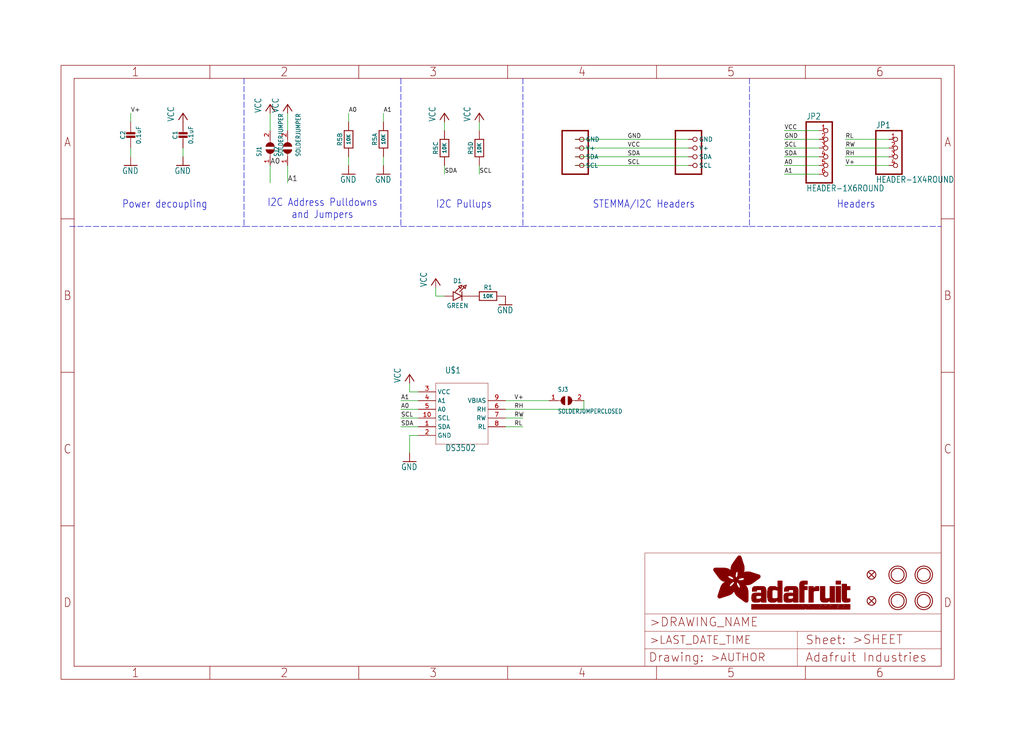
<source format=kicad_sch>
(kicad_sch (version 20211123) (generator eeschema)
  (paper "User" 298.45 217.881)
  (lib_symbols
    (symbol "eagleSchem-eagle-import:CAP_CERAMIC0603_NO"
      (property "Reference" "C" (at -2.29 1.25 90))
      (property "Value" "CAP_CERAMIC0603_NO" (at 2.3 1.25 90))
      (symbol "CAP_CERAMIC0603_NO_1_0"
        (pin passive line (at 0 5.08 270) (length 2.54) (name "1") (number "1"))
        (pin passive line (at 0 -2.54 90) (length 2.54) (name "2") (number "2"))
      )
    )
    (symbol "eagleSchem-eagle-import:DS3502"
      (property "Value" "DS3502" (at -7.62 -10.16 0))
      (symbol "DS3502_1_0"
        (pin bidirectional line (at -12.7 -2.54 0) (length 5.08) (name "SDA") (number "1"))
        (pin input line (at -12.7 0 0) (length 5.08) (name "SCL") (number "10"))
        (pin power_in line (at -12.7 -5.08 0) (length 5.08) (name "GND") (number "2"))
        (pin power_in line (at -12.7 7.62 0) (length 5.08) (name "VCC") (number "3"))
        (pin input line (at -12.7 5.08 0) (length 5.08) (name "A1") (number "4"))
        (pin input line (at -12.7 2.54 0) (length 5.08) (name "A0") (number "5"))
        (pin passive line (at 12.7 2.54 180) (length 5.08) (name "RH") (number "6"))
        (pin passive line (at 12.7 0 180) (length 5.08) (name "RW") (number "7"))
        (pin passive line (at 12.7 -2.54 180) (length 5.08) (name "RL") (number "8"))
        (pin power_in line (at 12.7 5.08 180) (length 5.08) (name "VBIAS") (number "9"))
      )
    )
    (symbol "eagleSchem-eagle-import:FIDUCIAL_1MM")
    (symbol "eagleSchem-eagle-import:FRAME_A4_ADAFRUIT"
      (symbol "FRAME_A4_ADAFRUIT_1_0"
        (text "1" (at 21.6958 1.905 0) (effects (font (size 2.54 2.286))))
        (text "1" (at 21.6958 177.165 0) (effects (font (size 2.54 2.286))))
        (text "2" (at 65.0875 1.905 0) (effects (font (size 2.54 2.286))))
        (text "2" (at 65.0875 177.165 0) (effects (font (size 2.54 2.286))))
        (text "3" (at 108.4792 1.905 0) (effects (font (size 2.54 2.286))))
        (text "3" (at 108.4792 177.165 0) (effects (font (size 2.54 2.286))))
        (text "4" (at 151.8708 1.905 0) (effects (font (size 2.54 2.286))))
        (text "4" (at 151.8708 177.165 0) (effects (font (size 2.54 2.286))))
        (text "5" (at 195.2625 1.905 0) (effects (font (size 2.54 2.286))))
        (text "5" (at 195.2625 177.165 0) (effects (font (size 2.54 2.286))))
        (text "6" (at 238.6542 1.905 0) (effects (font (size 2.54 2.286))))
        (text "6" (at 238.6542 177.165 0) (effects (font (size 2.54 2.286))))
        (text ">AUTHOR" (at 189.23 5.08 0) (effects (font (size 2.286 2.286)) (justify left bottom)))
        (text ">DRAWING_NAME" (at 171.45 15.24 0) (effects (font (size 2.54 2.54)) (justify left bottom)))
        (text ">LAST_DATE_TIME" (at 171.45 10.16 0) (effects (font (size 2.286 2.286)) (justify left bottom)))
        (text ">SHEET" (at 230.505 10.16 0) (effects (font (size 2.54 2.54)) (justify left bottom)))
        (text "A" (at 1.905 156.6863 0) (effects (font (size 2.54 2.286))))
        (text "A" (at 258.445 156.6863 0) (effects (font (size 2.54 2.286))))
        (text "Adafruit Industries" (at 216.916 4.953 0) (effects (font (size 2.54 2.54)) (justify left bottom)))
        (text "B" (at 1.905 111.9188 0) (effects (font (size 2.54 2.286))))
        (text "B" (at 258.445 111.9188 0) (effects (font (size 2.54 2.286))))
        (text "C" (at 1.905 67.1513 0) (effects (font (size 2.54 2.286))))
        (text "C" (at 258.445 67.1513 0) (effects (font (size 2.54 2.286))))
        (text "D" (at 1.905 22.3838 0) (effects (font (size 2.54 2.286))))
        (text "D" (at 258.445 22.3838 0) (effects (font (size 2.54 2.286))))
        (text "Drawing:" (at 171.196 4.953 0) (effects (font (size 2.54 2.54)) (justify left bottom)))
        (text "Sheet:" (at 216.916 10.033 0) (effects (font (size 2.54 2.54)) (justify left bottom)))
      )
    )
    (symbol "eagleSchem-eagle-import:GND" (power)
      (property "Value" "GND" (at -2.54 -2.54 0))
      (symbol "GND_1_0"
        (pin power_in line (at 0 2.54 270) (length 2.54) (name "GND") (number "1"))
      )
    )
    (symbol "eagleSchem-eagle-import:HEADER-1X4ROUND"
      (property "Reference" "JP" (at -6.35 8.255 0))
      (property "Value" "HEADER-1X4ROUND" (at -6.35 -7.62 0))
      (symbol "HEADER-1X4ROUND_1_0"
        (pin passive inverted (at -2.54 5.08 0) (length 2.54) (name "1") (number "1"))
        (pin passive inverted (at -2.54 2.54 0) (length 2.54) (name "2") (number "2"))
        (pin passive inverted (at -2.54 0 0) (length 2.54) (name "3") (number "3"))
        (pin passive inverted (at -2.54 -2.54 0) (length 2.54) (name "4") (number "4"))
      )
    )
    (symbol "eagleSchem-eagle-import:HEADER-1X6ROUND"
      (property "Reference" "JP" (at -6.35 10.795 0))
      (property "Value" "HEADER-1X6ROUND" (at -6.35 -10.16 0))
      (symbol "HEADER-1X6ROUND_1_0"
        (pin passive inverted (at -2.54 7.62 0) (length 2.54) (name "1") (number "1"))
        (pin passive inverted (at -2.54 5.08 0) (length 2.54) (name "2") (number "2"))
        (pin passive inverted (at -2.54 2.54 0) (length 2.54) (name "3") (number "3"))
        (pin passive inverted (at -2.54 0 0) (length 2.54) (name "4") (number "4"))
        (pin passive inverted (at -2.54 -2.54 0) (length 2.54) (name "5") (number "5"))
        (pin passive inverted (at -2.54 -5.08 0) (length 2.54) (name "6") (number "6"))
      )
    )
    (symbol "eagleSchem-eagle-import:LED0603_NOOUTLINE"
      (property "Reference" "D" (at -1.27 4.445 0))
      (property "Value" "LED0603_NOOUTLINE" (at -1.27 -2.794 0))
      (symbol "LED0603_NOOUTLINE_1_0"
        (pin passive line (at -5.08 0 0) (length 2.54) (name "A") (number "A"))
        (pin passive line (at 2.54 0 180) (length 2.54) (name "C") (number "C"))
      )
    )
    (symbol "eagleSchem-eagle-import:MOUNTINGHOLE2.5")
    (symbol "eagleSchem-eagle-import:RESISTOR_0603_NOOUT"
      (property "Reference" "R" (at 0 2.54 0))
      (property "Value" "RESISTOR_0603_NOOUT" (at 0 0 0))
      (symbol "RESISTOR_0603_NOOUT_1_0"
        (pin passive line (at -5.08 0 0) (length 2.54) (name "1") (number "1"))
        (pin passive line (at 5.08 0 180) (length 2.54) (name "2") (number "2"))
      )
    )
    (symbol "eagleSchem-eagle-import:RESISTOR_4PACK"
      (property "Reference" "R" (at 0 2.54 0))
      (property "Value" "RESISTOR_4PACK" (at 0 0 0))
      (symbol "RESISTOR_4PACK_1_0"
        (pin passive line (at -5.08 0 0) (length 2.54) (name "1") (number "1"))
        (pin passive line (at 5.08 0 180) (length 2.54) (name "2") (number "8"))
      )
      (symbol "RESISTOR_4PACK_2_0"
        (pin passive line (at -5.08 0 0) (length 2.54) (name "1") (number "2"))
        (pin passive line (at 5.08 0 180) (length 2.54) (name "2") (number "7"))
      )
      (symbol "RESISTOR_4PACK_3_0"
        (pin passive line (at -5.08 0 0) (length 2.54) (name "1") (number "3"))
        (pin passive line (at 5.08 0 180) (length 2.54) (name "2") (number "6"))
      )
      (symbol "RESISTOR_4PACK_4_0"
        (pin passive line (at -5.08 0 0) (length 2.54) (name "1") (number "4"))
        (pin passive line (at 5.08 0 180) (length 2.54) (name "2") (number "5"))
      )
    )
    (symbol "eagleSchem-eagle-import:SOLDERJUMPER"
      (property "Reference" "SJ" (at -2.54 2.54 0))
      (property "Value" "SOLDERJUMPER" (at -2.54 -3.81 0))
      (symbol "SOLDERJUMPER_1_0"
        (pin passive line (at -5.08 0 0) (length 2.54) (name "1") (number "1"))
        (pin passive line (at 5.08 0 180) (length 2.54) (name "2") (number "2"))
      )
    )
    (symbol "eagleSchem-eagle-import:SOLDERJUMPERCLOSED"
      (property "Reference" "SJ" (at -2.54 2.54 0))
      (property "Value" "SOLDERJUMPERCLOSED" (at -2.54 -3.81 0))
      (symbol "SOLDERJUMPERCLOSED_1_0"
        (pin passive line (at -5.08 0 0) (length 2.54) (name "1") (number "1"))
        (pin passive line (at 5.08 0 180) (length 2.54) (name "2") (number "2"))
      )
    )
    (symbol "eagleSchem-eagle-import:STEMMA_I2C_QT"
      (symbol "STEMMA_I2C_QT_1_0"
        (pin passive inverted (at 0 5.08 0) (length 2.54) (name "GND") (number "1"))
        (pin passive inverted (at 0 2.54 0) (length 2.54) (name "V+") (number "2"))
        (pin passive inverted (at 0 0 0) (length 2.54) (name "SDA") (number "3"))
        (pin passive inverted (at 0 -2.54 0) (length 2.54) (name "SCL") (number "4"))
      )
      (symbol "STEMMA_I2C_QT_2_0"
        (pin bidirectional line (at 0 0 0) (length 5.08) (name "MT") (number "MT1"))
      )
      (symbol "STEMMA_I2C_QT_3_0"
        (pin bidirectional line (at 0 0 0) (length 5.08) (name "MT") (number "MT2"))
      )
    )
    (symbol "eagleSchem-eagle-import:VCC" (power)
      (property "Value" "VCC" (at -2.54 -2.54 90))
      (symbol "VCC_1_0"
        (pin power_in line (at 0 -2.54 90) (length 2.54) (name "VCC") (number "1"))
      )
    )
  )
  (wire (pts (xy 259.08 43.18) (xy 246.38 43.18)))
  (wire (pts (xy 121.92 121.92) (xy 116.84 121.92)))
  (wire (pts (xy 259.08 48.26) (xy 246.38 48.26)))
  (polyline (pts (xy 116.84 66.04) (xy 152.4 66.04)))
  (wire (pts (xy 170.18 119.38) (xy 170.18 116.84)))
  (wire (pts (xy 238.76 43.18) (xy 228.6 43.18)))
  (wire (pts (xy 129.54 38.1) (xy 129.54 35.56)))
  (wire (pts (xy 121.92 119.38) (xy 116.84 119.38)))
  (wire (pts (xy 83.82 38.1) (xy 83.82 33.02)))
  (wire (pts (xy 259.08 40.64) (xy 246.38 40.64)))
  (polyline (pts (xy 152.4 66.04) (xy 218.44 66.04)))
  (polyline (pts (xy 71.12 66.04) (xy 116.84 66.04)))
  (polyline (pts (xy 152.4 22.86) (xy 152.4 66.04)))
  (wire (pts (xy 139.7 38.1) (xy 139.7 35.56)))
  (polyline (pts (xy 20.32 66.04) (xy 71.12 66.04)))
  (wire (pts (xy 119.38 114.3) (xy 119.38 111.76)))
  (wire (pts (xy 147.32 116.84) (xy 160.02 116.84)))
  (wire (pts (xy 78.74 48.26) (xy 78.74 53.34)))
  (wire (pts (xy 147.32 124.46) (xy 152.4 124.46)))
  (wire (pts (xy 38.1 43.18) (xy 38.1 45.72)))
  (wire (pts (xy 147.32 121.92) (xy 152.4 121.92)))
  (wire (pts (xy 101.6 48.26) (xy 101.6 45.72)))
  (wire (pts (xy 111.76 48.26) (xy 111.76 45.72)))
  (wire (pts (xy 121.92 114.3) (xy 119.38 114.3)))
  (wire (pts (xy 121.92 127) (xy 119.38 127)))
  (wire (pts (xy 127 86.36) (xy 127 83.82)))
  (wire (pts (xy 129.54 86.36) (xy 127 86.36)))
  (wire (pts (xy 111.76 35.56) (xy 111.76 33.02)))
  (wire (pts (xy 147.32 119.38) (xy 170.18 119.38)))
  (polyline (pts (xy 218.44 66.04) (xy 274.32 66.04)))
  (wire (pts (xy 200.66 40.64) (xy 167.64 40.64)))
  (wire (pts (xy 121.92 124.46) (xy 116.84 124.46)))
  (wire (pts (xy 167.64 43.18) (xy 200.66 43.18)))
  (wire (pts (xy 167.64 48.26) (xy 200.66 48.26)))
  (polyline (pts (xy 116.84 22.86) (xy 116.84 66.04)))
  (polyline (pts (xy 218.44 22.86) (xy 218.44 66.04)))
  (wire (pts (xy 259.08 45.72) (xy 246.38 45.72)))
  (wire (pts (xy 121.92 116.84) (xy 116.84 116.84)))
  (wire (pts (xy 238.76 45.72) (xy 228.6 45.72)))
  (wire (pts (xy 38.1 35.56) (xy 38.1 33.02)))
  (wire (pts (xy 83.82 48.26) (xy 83.82 53.34)))
  (polyline (pts (xy 71.12 22.86) (xy 71.12 66.04)))
  (wire (pts (xy 238.76 50.8) (xy 228.6 50.8)))
  (wire (pts (xy 119.38 127) (xy 119.38 132.08)))
  (wire (pts (xy 78.74 38.1) (xy 78.74 33.02)))
  (wire (pts (xy 53.34 43.18) (xy 53.34 45.72)))
  (wire (pts (xy 238.76 40.64) (xy 228.6 40.64)))
  (wire (pts (xy 129.54 50.8) (xy 129.54 48.26)))
  (wire (pts (xy 101.6 35.56) (xy 101.6 33.02)))
  (wire (pts (xy 238.76 38.1) (xy 228.6 38.1)))
  (wire (pts (xy 139.7 50.8) (xy 139.7 48.26)))
  (wire (pts (xy 200.66 45.72) (xy 167.64 45.72)))
  (wire (pts (xy 238.76 48.26) (xy 228.6 48.26)))
  (text "Headers" (at 243.84 60.96 180) (effects (font (size 2.1844 1.8567)) (justify left bottom)))
  (text "Power decoupling" (at 35.56 60.96 180) (effects (font (size 2.1844 1.8567)) (justify left bottom)))
  (text "I2C Address Pulldowns\nand Jumpers" (at 93.98 60.96 180) (effects (font (size 2.1844 1.8567))))
  (text "STEMMA/I2C Headers" (at 172.72 60.96 180) (effects (font (size 2.1844 1.8567)) (justify left bottom)))
  (text "I2C Pullups" (at 127 60.96 180) (effects (font (size 2.1844 1.8567)) (justify left bottom)))
  (label "A1" (at 228.6 50.8 0) (effects (font (size 1.2446 1.2446))))
  (label "V+" (at 38.1 33.02 0) (effects (font (size 1.2446 1.2446))))
  (label "RL" (at 246.38 40.64 0) (effects (font (size 1.2446 1.2446))))
  (label "A0" (at 101.6 33.02 0) (effects (font (size 1.2446 1.2446))))
  (label "SCL" (at 139.7 50.8 0) (effects (font (size 1.2446 1.2446))))
  (label "SCL" (at 116.84 121.92 0) (effects (font (size 1.2446 1.2446))))
  (label "RW" (at 246.38 43.18 0) (effects (font (size 1.2446 1.2446))))
  (label "A1" (at 111.76 33.02 0) (effects (font (size 1.2446 1.2446))))
  (label "SCL" (at 182.88 48.26 0) (effects (font (size 1.2446 1.2446))))
  (label "A0" (at 78.74 48.26 0) (effects (font (size 1.5291 1.5291))))
  (label "A0" (at 228.6 48.26 0) (effects (font (size 1.2446 1.2446))))
  (label "SDA" (at 129.54 50.8 0) (effects (font (size 1.2446 1.2446))))
  (label "A1" (at 83.82 53.34 0) (effects (font (size 1.5291 1.5291))))
  (label "A1" (at 116.84 116.84 0) (effects (font (size 1.2446 1.2446))))
  (label "SCL" (at 228.6 43.18 0) (effects (font (size 1.2446 1.2446))))
  (label "SDA" (at 116.84 124.46 0) (effects (font (size 1.2446 1.2446))))
  (label "SDA" (at 228.6 45.72 0) (effects (font (size 1.2446 1.2446))))
  (label "VCC" (at 228.6 38.1 0) (effects (font (size 1.2446 1.2446))))
  (label "GND" (at 182.88 40.64 0) (effects (font (size 1.2446 1.2446))))
  (label "V+" (at 149.86 116.84 0) (effects (font (size 1.2446 1.2446))))
  (label "GND" (at 228.6 40.64 0) (effects (font (size 1.2446 1.2446))))
  (label "SDA" (at 182.88 45.72 0) (effects (font (size 1.2446 1.2446))))
  (label "RH" (at 149.86 119.38 0) (effects (font (size 1.2446 1.2446))))
  (label "RH" (at 246.38 45.72 0) (effects (font (size 1.2446 1.2446))))
  (label "V+" (at 246.38 48.26 0) (effects (font (size 1.2446 1.2446))))
  (label "RL" (at 149.86 124.46 0) (effects (font (size 1.2446 1.2446))))
  (label "A0" (at 116.84 119.38 0) (effects (font (size 1.2446 1.2446))))
  (label "VCC" (at 182.88 43.18 0) (effects (font (size 1.2446 1.2446))))
  (label "RW" (at 149.86 121.92 0) (effects (font (size 1.2446 1.2446))))
  (symbol (lib_id "eagleSchem-eagle-import:SOLDERJUMPER") (at 78.74 43.18 90) (unit 1)
    (property "Reference" "SJ1" (at 76.2 45.72 0) (effects (font (size 1.27 1.0795)) (justify left bottom)))
    (property "Value" "SOLDERJUMPER" (at 82.55 45.72 0) (effects (font (size 1.27 1.0795)) (justify left bottom)))
    (property "Footprint" "eagleSchem:SOLDERJUMPER_ARROW_NOPASTE" (effects hide))
  )
  (symbol (lib_id "eagleSchem-eagle-import:VCC") (at 53.34 33.02 0) (unit 1)
    (property "Reference" "#P+3" (effects hide))
    (property "Value" "VCC" (at 50.8 35.56 90) (effects (font (size 1.778 1.5113)) (justify left bottom)))
    (property "Footprint" "eagleSchem:" (effects hide))
  )
  (symbol (lib_id "eagleSchem-eagle-import:MOUNTINGHOLE2.5") (at 269.24 175.26 0) (unit 1)
    (property "Reference" "U$7" (effects hide))
    (property "Value" "MOUNTINGHOLE2.5" (effects hide))
    (property "Footprint" "eagleSchem:MOUNTINGHOLE_2.5_PLATED" (effects hide))
  )
  (symbol (lib_id "eagleSchem-eagle-import:CAP_CERAMIC0603_NO") (at 53.34 40.64 0) (unit 1)
    (property "Reference" "C1" (at 51.05 39.39 90))
    (property "Value" "0.1uF" (at 55.64 39.39 90))
    (property "Footprint" "eagleSchem:0603-NO" (effects hide))
  )
  (symbol (lib_id "eagleSchem-eagle-import:HEADER-1X6ROUND") (at 241.3 45.72 0) (unit 1)
    (property "Reference" "JP2" (at 234.95 34.925 0) (effects (font (size 1.778 1.5113)) (justify left bottom)))
    (property "Value" "HEADER-1X6ROUND" (at 234.95 55.88 0) (effects (font (size 1.778 1.5113)) (justify left bottom)))
    (property "Footprint" "eagleSchem:1X06_ROUND" (effects hide))
  )
  (symbol (lib_id "eagleSchem-eagle-import:RESISTOR_0603_NOOUT") (at 142.24 86.36 0) (unit 1)
    (property "Reference" "R1" (at 142.24 83.82 0))
    (property "Value" "10K" (at 142.24 86.36 0) (effects (font (size 1.016 1.016) bold)))
    (property "Footprint" "eagleSchem:0603-NO" (effects hide))
  )
  (symbol (lib_id "eagleSchem-eagle-import:STEMMA_I2C_QT") (at 200.66 45.72 0) (unit 1)
    (property "Reference" "CONN2" (effects hide))
    (property "Value" "STEMMA_I2C_QT" (effects hide))
    (property "Footprint" "eagleSchem:JST_SH4" (effects hide))
  )
  (symbol (lib_id "eagleSchem-eagle-import:VCC") (at 127 81.28 0) (unit 1)
    (property "Reference" "#P+5" (effects hide))
    (property "Value" "VCC" (at 124.46 83.82 90) (effects (font (size 1.778 1.5113)) (justify left bottom)))
    (property "Footprint" "eagleSchem:" (effects hide))
  )
  (symbol (lib_id "eagleSchem-eagle-import:GND") (at 101.6 50.8 0) (unit 1)
    (property "Reference" "#GND4" (effects hide))
    (property "Value" "GND" (at 99.06 53.34 0) (effects (font (size 1.778 1.5113)) (justify left bottom)))
    (property "Footprint" "eagleSchem:" (effects hide))
  )
  (symbol (lib_id "eagleSchem-eagle-import:GND") (at 147.32 88.9 0) (unit 1)
    (property "Reference" "#GND6" (effects hide))
    (property "Value" "GND" (at 144.78 91.44 0) (effects (font (size 1.778 1.5113)) (justify left bottom)))
    (property "Footprint" "eagleSchem:" (effects hide))
  )
  (symbol (lib_id "eagleSchem-eagle-import:CAP_CERAMIC0603_NO") (at 38.1 40.64 0) (unit 1)
    (property "Reference" "C2" (at 35.81 39.39 90))
    (property "Value" "0.1uF" (at 40.4 39.39 90))
    (property "Footprint" "eagleSchem:0603-NO" (effects hide))
  )
  (symbol (lib_id "eagleSchem-eagle-import:MOUNTINGHOLE2.5") (at 269.24 167.64 0) (unit 1)
    (property "Reference" "U$6" (effects hide))
    (property "Value" "MOUNTINGHOLE2.5" (effects hide))
    (property "Footprint" "eagleSchem:MOUNTINGHOLE_2.5_PLATED" (effects hide))
  )
  (symbol (lib_id "eagleSchem-eagle-import:RESISTOR_4PACK") (at 129.54 43.18 90) (unit 3)
    (property "Reference" "R5" (at 127 43.18 0))
    (property "Value" "10K" (at 129.54 43.18 0) (effects (font (size 1.016 1.016) bold)))
    (property "Footprint" "eagleSchem:RESPACK_4X0603" (effects hide))
  )
  (symbol (lib_id "eagleSchem-eagle-import:HEADER-1X4ROUND") (at 261.62 45.72 0) (unit 1)
    (property "Reference" "JP1" (at 255.27 37.465 0) (effects (font (size 1.778 1.5113)) (justify left bottom)))
    (property "Value" "HEADER-1X4ROUND" (at 255.27 53.34 0) (effects (font (size 1.778 1.5113)) (justify left bottom)))
    (property "Footprint" "eagleSchem:1X04_ROUND" (effects hide))
  )
  (symbol (lib_id "eagleSchem-eagle-import:VCC") (at 119.38 109.22 0) (unit 1)
    (property "Reference" "#P+4" (effects hide))
    (property "Value" "VCC" (at 116.84 111.76 90) (effects (font (size 1.778 1.5113)) (justify left bottom)))
    (property "Footprint" "eagleSchem:" (effects hide))
  )
  (symbol (lib_id "eagleSchem-eagle-import:STEMMA_I2C_QT") (at 167.64 45.72 0) (unit 1)
    (property "Reference" "CONN1" (effects hide))
    (property "Value" "STEMMA_I2C_QT" (effects hide))
    (property "Footprint" "eagleSchem:JST_SH4" (effects hide))
  )
  (symbol (lib_id "eagleSchem-eagle-import:MOUNTINGHOLE2.5") (at 261.62 167.64 0) (unit 1)
    (property "Reference" "U$3" (effects hide))
    (property "Value" "MOUNTINGHOLE2.5" (effects hide))
    (property "Footprint" "eagleSchem:MOUNTINGHOLE_2.5_PLATED" (effects hide))
  )
  (symbol (lib_id "eagleSchem-eagle-import:GND") (at 53.34 48.26 0) (unit 1)
    (property "Reference" "#GND1" (effects hide))
    (property "Value" "GND" (at 50.8 50.8 0) (effects (font (size 1.778 1.5113)) (justify left bottom)))
    (property "Footprint" "eagleSchem:" (effects hide))
  )
  (symbol (lib_id "eagleSchem-eagle-import:SOLDERJUMPERCLOSED") (at 165.1 116.84 0) (unit 1)
    (property "Reference" "SJ3" (at 162.56 114.3 0) (effects (font (size 1.27 1.0795)) (justify left bottom)))
    (property "Value" "SOLDERJUMPERCLOSED" (at 162.56 120.65 0) (effects (font (size 1.27 1.0795)) (justify left bottom)))
    (property "Footprint" "eagleSchem:SOLDERJUMPER_CLOSEDWIRE" (effects hide))
  )
  (symbol (lib_id "eagleSchem-eagle-import:VCC") (at 78.74 30.48 0) (unit 1)
    (property "Reference" "#P+6" (effects hide))
    (property "Value" "VCC" (at 76.2 33.02 90) (effects (font (size 1.778 1.5113)) (justify left bottom)))
    (property "Footprint" "eagleSchem:" (effects hide))
  )
  (symbol (lib_id "eagleSchem-eagle-import:MOUNTINGHOLE2.5") (at 261.62 175.26 0) (unit 1)
    (property "Reference" "U$2" (effects hide))
    (property "Value" "MOUNTINGHOLE2.5" (effects hide))
    (property "Footprint" "eagleSchem:MOUNTINGHOLE_2.5_PLATED" (effects hide))
  )
  (symbol (lib_id "eagleSchem-eagle-import:FIDUCIAL_1MM") (at 254 167.64 0) (unit 1)
    (property "Reference" "FID2" (effects hide))
    (property "Value" "FIDUCIAL_1MM" (effects hide))
    (property "Footprint" "eagleSchem:FIDUCIAL_1MM" (effects hide))
  )
  (symbol (lib_id "eagleSchem-eagle-import:LED0603_NOOUTLINE") (at 134.62 86.36 0) (unit 1)
    (property "Reference" "D1" (at 133.35 81.915 0))
    (property "Value" "GREEN" (at 133.35 89.154 0))
    (property "Footprint" "eagleSchem:CHIPLED_0603_NOOUTLINE" (effects hide))
  )
  (symbol (lib_id "eagleSchem-eagle-import:VCC") (at 139.7 33.02 0) (unit 1)
    (property "Reference" "#P+1" (effects hide))
    (property "Value" "VCC" (at 137.16 35.56 90) (effects (font (size 1.778 1.5113)) (justify left bottom)))
    (property "Footprint" "eagleSchem:" (effects hide))
  )
  (symbol (lib_id "eagleSchem-eagle-import:DS3502") (at 134.62 121.92 0) (unit 1)
    (property "Reference" "U$1" (at 129.66 108.96 0) (effects (font (size 1.778 1.5113)) (justify left bottom)))
    (property "Value" "DS3502" (at 129.76 131.6 0) (effects (font (size 1.778 1.5113)) (justify left bottom)))
    (property "Footprint" "eagleSchem:MSOP10" (effects hide))
  )
  (symbol (lib_id "eagleSchem-eagle-import:FIDUCIAL_1MM") (at 254 175.26 0) (unit 1)
    (property "Reference" "FID1" (effects hide))
    (property "Value" "FIDUCIAL_1MM" (effects hide))
    (property "Footprint" "eagleSchem:FIDUCIAL_1MM" (effects hide))
  )
  (symbol (lib_id "eagleSchem-eagle-import:GND") (at 119.38 134.62 0) (unit 1)
    (property "Reference" "#GND3" (effects hide))
    (property "Value" "GND" (at 116.84 137.16 0) (effects (font (size 1.778 1.5113)) (justify left bottom)))
    (property "Footprint" "eagleSchem:" (effects hide))
  )
  (symbol (lib_id "eagleSchem-eagle-import:RESISTOR_4PACK") (at 101.6 40.64 90) (unit 2)
    (property "Reference" "R5" (at 99.06 40.64 0))
    (property "Value" "10K" (at 101.6 40.64 0) (effects (font (size 1.016 1.016) bold)))
    (property "Footprint" "eagleSchem:RESPACK_4X0603" (effects hide))
  )
  (symbol (lib_id "eagleSchem-eagle-import:GND") (at 111.76 50.8 0) (unit 1)
    (property "Reference" "#GND5" (effects hide))
    (property "Value" "GND" (at 109.22 53.34 0) (effects (font (size 1.778 1.5113)) (justify left bottom)))
    (property "Footprint" "eagleSchem:" (effects hide))
  )
  (symbol (lib_id "eagleSchem-eagle-import:SOLDERJUMPER") (at 83.82 43.18 90) (unit 1)
    (property "Reference" "SJ2" (at 81.28 45.72 0) (effects (font (size 1.27 1.0795)) (justify left bottom)))
    (property "Value" "SOLDERJUMPER" (at 87.63 45.72 0) (effects (font (size 1.27 1.0795)) (justify left bottom)))
    (property "Footprint" "eagleSchem:SOLDERJUMPER_ARROW_NOPASTE" (effects hide))
  )
  (symbol (lib_id "eagleSchem-eagle-import:VCC") (at 129.54 33.02 0) (unit 1)
    (property "Reference" "#P+2" (effects hide))
    (property "Value" "VCC" (at 127 35.56 90) (effects (font (size 1.778 1.5113)) (justify left bottom)))
    (property "Footprint" "eagleSchem:" (effects hide))
  )
  (symbol (lib_id "eagleSchem-eagle-import:RESISTOR_4PACK") (at 139.7 43.18 90) (unit 4)
    (property "Reference" "R5" (at 137.16 43.18 0))
    (property "Value" "10K" (at 139.7 43.18 0) (effects (font (size 1.016 1.016) bold)))
    (property "Footprint" "eagleSchem:RESPACK_4X0603" (effects hide))
  )
  (symbol (lib_id "eagleSchem-eagle-import:GND") (at 38.1 48.26 0) (unit 1)
    (property "Reference" "#GND2" (effects hide))
    (property "Value" "GND" (at 35.56 50.8 0) (effects (font (size 1.778 1.5113)) (justify left bottom)))
    (property "Footprint" "eagleSchem:" (effects hide))
  )
  (symbol (lib_id "eagleSchem-eagle-import:FRAME_A4_ADAFRUIT") (at 17.78 198.12 0) (unit 1)
    (property "Reference" "#U$4" (effects hide))
    (property "Value" "FRAME_A4_ADAFRUIT" (effects hide))
    (property "Footprint" "eagleSchem:" (effects hide))
  )
  (symbol (lib_id "eagleSchem-eagle-import:VCC") (at 83.82 30.48 0) (unit 1)
    (property "Reference" "#P+7" (effects hide))
    (property "Value" "VCC" (at 81.28 33.02 90) (effects (font (size 1.778 1.5113)) (justify left bottom)))
    (property "Footprint" "eagleSchem:" (effects hide))
  )
  (symbol (lib_id "eagleSchem-eagle-import:RESISTOR_4PACK") (at 111.76 40.64 90) (unit 1)
    (property "Reference" "R5" (at 109.22 40.64 0))
    (property "Value" "10K" (at 111.76 40.64 0) (effects (font (size 1.016 1.016) bold)))
    (property "Footprint" "eagleSchem:RESPACK_4X0603" (effects hide))
  )
)
</source>
